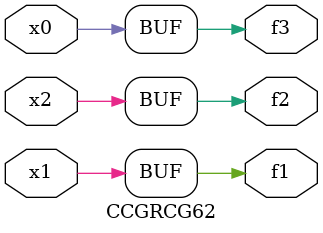
<source format=v>
module CCGRCG62(
	input x0, x1, x2,
	output f1, f2, f3
);
	assign f1 = x1;
	assign f2 = x2;
	assign f3 = x0;
endmodule

</source>
